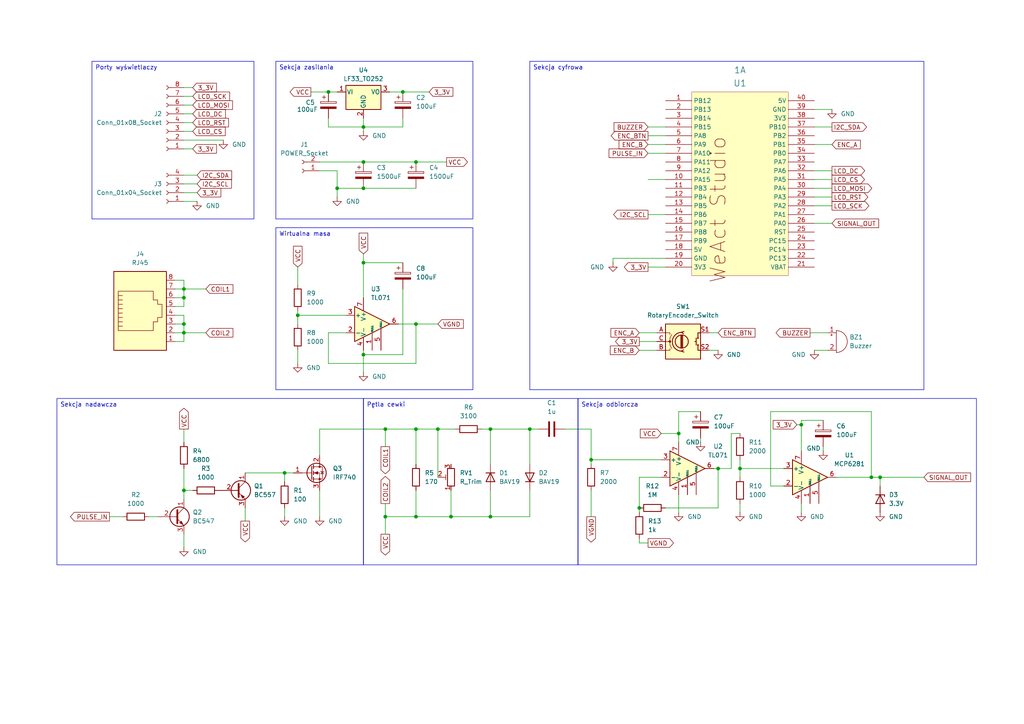
<source format=kicad_sch>
(kicad_sch (version 20250114) (generator "eeschema") (generator_version "9.0")
  (paper "A4")
  (title_block (title "GitKop") (rev "001") (company "Pawel Reich"))
  (lib_symbols
    (symbol "Amplifier_Operational:LF356" (pin_names (offset 0.127))
      (property "Reference" "U" (at 0 6.35 0))
      (property "Value" "LF356" (at 0 3.81 0))
      (symbol "LF356_1_1"
        (pin input line (at -7.62 2.54 0) (length 2.54) (name "+") (number "3"))
        (pin input line (at -7.62 -2.54 0) (length 2.54) (name "-") (number "2"))
        (pin power_in line (at -2.54 7.62 270) (length 3.81) (name "V+") (number "7"))
        (pin power_in line (at -2.54 -7.62 90) (length 3.81) (name "V-") (number "4"))
        (pin no_connect line (at 0 2.54 270) (length 2.54) (hide yes) (name "NC") (number "8"))
        (pin input line (at 0 -7.62 90) (length 5.08) (name "NULL") (number "1"))
        (pin input line (at 2.54 -7.62 90) (length 6.35) (name "NULL") (number "5"))
        (pin output line (at 7.62 0 180) (length 2.54) (name "~") (number "6"))
      )
    )
    (symbol "Amplifier_Operational:TL071" (pin_names (offset 0.127))
      (property "Reference" "U" (at 0 6.35 0))
      (property "Value" "TL071" (at 0 3.81 0))
      (symbol "TL071_1_1"
        (pin input line (at -7.62 2.54 0) (length 2.54) (name "+") (number "3"))
        (pin input line (at -7.62 -2.54 0) (length 2.54) (name "-") (number "2"))
        (pin power_in line (at -2.54 7.62 270) (length 3.81) (name "V+") (number "7"))
        (pin power_in line (at -2.54 -7.62 90) (length 3.81) (name "V-") (number "4"))
        (pin no_connect line (at 0 2.54 270) (length 2.54) (hide yes) (name "NC") (number "8"))
        (pin input line (at 0 -7.62 90) (length 5.08) (name "NULL") (number "1"))
        (pin input line (at 2.54 -7.62 90) (length 6.35) (name "NULL") (number "5"))
        (pin output line (at 7.62 0 180) (length 2.54) (name "~") (number "6"))
      )
    )
    (symbol "Connector:Conn_01x02_Socket" (pin_names (offset 1.016) (hide yes))
      (property "Reference" "J" (at 0 2.54 0))
      (property "Value" "Conn_01x02_Socket" (at 0 -5.08 0))
      (symbol "Conn_01x02_Socket_1_1"
        (pin passive line (at -5.08 0 0) (length 3.81) (name "Pin_1") (number "1"))
        (pin passive line (at -5.08 -2.54 0) (length 3.81) (name "Pin_2") (number "2"))
      )
    )
    (symbol "Connector:Conn_01x04_Socket" (pin_names (offset 1.016) (hide yes))
      (property "Reference" "J" (at 0 5.08 0))
      (property "Value" "Conn_01x04_Socket" (at 0 -7.62 0))
      (symbol "Conn_01x04_Socket_1_1"
        (pin passive line (at -5.08 2.54 0) (length 3.81) (name "Pin_1") (number "1"))
        (pin passive line (at -5.08 0 0) (length 3.81) (name "Pin_2") (number "2"))
        (pin passive line (at -5.08 -2.54 0) (length 3.81) (name "Pin_3") (number "3"))
        (pin passive line (at -5.08 -5.08 0) (length 3.81) (name "Pin_4") (number "4"))
      )
    )
    (symbol "Connector:Conn_01x08_Socket" (pin_names (offset 1.016) (hide yes))
      (property "Reference" "J" (at 0 10.16 0))
      (property "Value" "Conn_01x08_Socket" (at 0 -12.7 0))
      (symbol "Conn_01x08_Socket_1_1"
        (pin passive line (at -5.08 7.62 0) (length 3.81) (name "Pin_1") (number "1"))
        (pin passive line (at -5.08 5.08 0) (length 3.81) (name "Pin_2") (number "2"))
        (pin passive line (at -5.08 2.54 0) (length 3.81) (name "Pin_3") (number "3"))
        (pin passive line (at -5.08 0 0) (length 3.81) (name "Pin_4") (number "4"))
        (pin passive line (at -5.08 -2.54 0) (length 3.81) (name "Pin_5") (number "5"))
        (pin passive line (at -5.08 -5.08 0) (length 3.81) (name "Pin_6") (number "6"))
        (pin passive line (at -5.08 -7.62 0) (length 3.81) (name "Pin_7") (number "7"))
        (pin passive line (at -5.08 -10.16 0) (length 3.81) (name "Pin_8") (number "8"))
      )
    )
    (symbol "Connector:RJ45" (pin_names (offset 1.016))
      (property "Reference" "J" (at -5.08 13.97 0))
      (property "Value" "RJ45" (at 2.54 13.97 0))
      (symbol "RJ45_1_1"
        (pin passive line (at 10.16 10.16 180) (length 2.54) (name "~") (number "8"))
        (pin passive line (at 10.16 7.62 180) (length 2.54) (name "~") (number "7"))
        (pin passive line (at 10.16 5.08 180) (length 2.54) (name "~") (number "6"))
        (pin passive line (at 10.16 2.54 180) (length 2.54) (name "~") (number "5"))
        (pin passive line (at 10.16 0 180) (length 2.54) (name "~") (number "4"))
        (pin passive line (at 10.16 -2.54 180) (length 2.54) (name "~") (number "3"))
        (pin passive line (at 10.16 -5.08 180) (length 2.54) (name "~") (number "2"))
        (pin passive line (at 10.16 -7.62 180) (length 2.54) (name "~") (number "1"))
      )
    )
    (symbol "Device:Buzzer" (pin_names (offset 0.0254) (hide yes))
      (property "Reference" "BZ" (at 3.81 1.27 0))
      (property "Value" "Buzzer" (at 3.81 -1.27 0))
      (symbol "Buzzer_1_1"
        (pin passive line (at -2.54 2.54 0) (length 2.54) (name "+") (number "1"))
        (pin passive line (at -2.54 -2.54 0) (length 2.54) (name "-") (number "2"))
      )
    )
    (symbol "Device:C" (pin_numbers (hide yes)) (pin_names (offset 0.254))
      (property "Reference" "C" (at 0.635 2.54 0))
      (property "Value" "C" (at 0.635 -2.54 0))
      (symbol "C_1_1"
        (pin passive line (at 0 3.81 270) (length 2.794) (name "~") (number "1"))
        (pin passive line (at 0 -3.81 90) (length 2.794) (name "~") (number "2"))
      )
    )
    (symbol "Device:C_Polarized" (pin_numbers (hide yes)) (pin_names (offset 0.254))
      (property "Reference" "C" (at 0.635 2.54 0))
      (property "Value" "C_Polarized" (at 0.635 -2.54 0))
      (symbol "C_Polarized_1_1"
        (pin passive line (at 0 3.81 270) (length 2.794) (name "~") (number "1"))
        (pin passive line (at 0 -3.81 90) (length 2.794) (name "~") (number "2"))
      )
    )
    (symbol "Device:D_Zener" (pin_numbers (hide yes)) (pin_names (offset 1.016) (hide yes))
      (property "Reference" "D" (at 0 2.54 0))
      (property "Value" "D_Zener" (at 0 -2.54 0))
      (symbol "D_Zener_1_1"
        (pin passive line (at -3.81 0 0) (length 2.54) (name "K") (number "1"))
        (pin passive line (at 3.81 0 180) (length 2.54) (name "A") (number "2"))
      )
    )
    (symbol "Device:R" (pin_numbers (hide yes)) (pin_names (offset 0))
      (property "Reference" "R" (at 2.032 0 90))
      (property "Value" "R" (at 0 0 90))
      (symbol "R_1_1"
        (pin passive line (at 0 3.81 270) (length 1.27) (name "~") (number "1"))
        (pin passive line (at 0 -3.81 90) (length 1.27) (name "~") (number "2"))
      )
    )
    (symbol "Device:R_Potentiometer_Trim" (pin_names (offset 1.016) (hide yes))
      (property "Reference" "RV" (at -4.445 0 90))
      (property "Value" "R_Potentiometer_Trim" (at -2.54 0 90))
      (symbol "R_Potentiometer_Trim_1_1"
        (pin passive line (at 0 3.81 270) (length 1.27) (name "1") (number "1"))
        (pin passive line (at 0 -3.81 90) (length 1.27) (name "3") (number "3"))
        (pin passive line (at 3.81 0 180) (length 1.27) (name "2") (number "2"))
      )
    )
    (symbol "Device:RotaryEncoder_Switch" (pin_names (offset 0.254) (hide yes))
      (property "Reference" "SW" (at 0 6.604 0))
      (property "Value" "RotaryEncoder_Switch" (at 0 -6.604 0))
      (symbol "RotaryEncoder_Switch_1_1"
        (pin passive line (at -7.62 2.54 0) (length 2.54) (name "A") (number "A"))
        (pin passive line (at -7.62 0 0) (length 2.54) (name "C") (number "C"))
        (pin passive line (at -7.62 -2.54 0) (length 2.54) (name "B") (number "B"))
        (pin passive line (at 7.62 2.54 180) (length 2.54) (name "S1") (number "S1"))
        (pin passive line (at 7.62 -2.54 180) (length 2.54) (name "S2") (number "S2"))
      )
    )
    (symbol "Diode:BAV19" (pin_numbers (hide yes)) (pin_names (hide yes))
      (property "Reference" "D" (at 0 2.54 0))
      (property "Value" "BAV19" (at 0 -2.54 0))
      (symbol "BAV19_1_1"
        (pin passive line (at -3.81 0 0) (length 2.54) (name "K") (number "1"))
        (pin passive line (at 3.81 0 180) (length 2.54) (name "A") (number "2"))
      )
    )
    (symbol "Regulator_Linear:LF33_TO252" (pin_names (offset 0.254))
      (property "Reference" "U" (at -3.81 3.175 0))
      (property "Value" "LF33_TO252" (at 0 3.175 0))
      (symbol "LF33_TO252_1_1"
        (pin power_in line (at -7.62 0 0) (length 2.54) (name "VI") (number "1"))
        (pin power_in line (at 0 -7.62 90) (length 2.54) (name "GND") (number "2"))
        (pin power_out line (at 7.62 0 180) (length 2.54) (name "VO") (number "3"))
      )
    )
    (symbol "STM32F4x1CxU6 CoreBoard WeActStudio:STM32F4x1CxU6 WeActStudio"
      (property "Value" "U?" (at -1.27 -3.81 0))
      (symbol "STM32F4x1CxU6 WeActStudio_1_0"
        (text "WeAct Studio" (at 0 12.7 900) (effects (font (size 4.3688 4.3688)) (justify right bottom)))
        (pin passive line (at -17.78 22.86 0) (length 7.62) (name "PB12") (number "1"))
        (pin passive line (at -17.78 20.32 0) (length 7.62) (name "PB13") (number "2"))
        (pin passive line (at -17.78 17.78 0) (length 7.62) (name "PB14") (number "3"))
        (pin passive line (at -17.78 15.24 0) (length 7.62) (name "PB15") (number "4"))
        (pin passive line (at -17.78 12.7 0) (length 7.62) (name "PA8") (number "5"))
        (pin passive line (at -17.78 10.16 0) (length 7.62) (name "PA9") (number "6"))
        (pin passive line (at -17.78 7.62 0) (length 7.62) (name "PA10") (number "7"))
        (pin passive line (at -17.78 5.08 0) (length 7.62) (name "PA11") (number "8"))
        (pin passive line (at -17.78 2.54 0) (length 7.62) (name "PA12") (number "9"))
        (pin passive line (at -17.78 0 0) (length 7.62) (name "PA15") (number "10"))
        (pin passive line (at -17.78 -2.54 0) (length 7.62) (name "PB3") (number "11"))
        (pin passive line (at -17.78 -5.08 0) (length 7.62) (name "PB4") (number "12"))
        (pin passive line (at -17.78 -7.62 0) (length 7.62) (name "PB5") (number "13"))
        (pin passive line (at -17.78 -10.16 0) (length 7.62) (name "PB6") (number "14"))
        (pin passive line (at -17.78 -12.7 0) (length 7.62) (name "PB7") (number "15"))
        (pin passive line (at -17.78 -15.24 0) (length 7.62) (name "PB8") (number "16"))
        (pin passive line (at -17.78 -17.78 0) (length 7.62) (name "PB9") (number "17"))
        (pin passive line (at -17.78 -20.32 0) (length 7.62) (name "5V") (number "18"))
        (pin passive line (at -17.78 -22.86 0) (length 7.62) (name "GND") (number "19"))
        (pin passive line (at -17.78 -25.4 0) (length 7.62) (name "3V3") (number "20"))
        (pin passive line (at 25.4 22.86 180) (length 7.62) (name "5V") (number "40"))
        (pin passive line (at 25.4 20.32 180) (length 7.62) (name "GND") (number "39"))
        (pin passive line (at 25.4 17.78 180) (length 7.62) (name "3V3") (number "38"))
        (pin passive line (at 25.4 15.24 180) (length 7.62) (name "PB10") (number "37"))
        (pin passive line (at 25.4 12.7 180) (length 7.62) (name "PB2") (number "36"))
        (pin passive line (at 25.4 10.16 180) (length 7.62) (name "PB1") (number "35"))
        (pin passive line (at 25.4 7.62 180) (length 7.62) (name "PB0") (number "34"))
        (pin passive line (at 25.4 5.08 180) (length 7.62) (name "PA7") (number "33"))
        (pin passive line (at 25.4 2.54 180) (length 7.62) (name "PA6") (number "32"))
        (pin passive line (at 25.4 0 180) (length 7.62) (name "PA5") (number "31"))
        (pin passive line (at 25.4 -2.54 180) (length 7.62) (name "PA4") (number "30"))
        (pin passive line (at 25.4 -5.08 180) (length 7.62) (name "PA3") (number "29"))
        (pin passive line (at 25.4 -7.62 180) (length 7.62) (name "PA2") (number "28"))
        (pin passive line (at 25.4 -10.16 180) (length 7.62) (name "PA1") (number "27"))
        (pin passive line (at 25.4 -12.7 180) (length 7.62) (name "PA0") (number "26"))
        (pin passive line (at 25.4 -15.24 180) (length 7.62) (name "RST") (number "25"))
        (pin passive line (at 25.4 -17.78 180) (length 7.62) (name "PC15") (number "24"))
        (pin passive line (at 25.4 -20.32 180) (length 7.62) (name "PC14") (number "23"))
        (pin passive line (at 25.4 -22.86 180) (length 7.62) (name "PC13") (number "22"))
        (pin passive line (at 25.4 -25.4 180) (length 7.62) (name "VBAT") (number "21"))
      )
      (symbol "STM32F4x1CxU6 WeActStudio_2_0"
        (text "SW" (at 5.08 -5.08 0) (effects (font (size 1.8288 1.8288)) (justify left bottom)))
        (pin passive line (at -12.7 2.54 0) (length 7.62) (name "GND") (number "44"))
        (pin passive line (at -12.7 0 0) (length 7.62) (name "SWCLK") (number "43"))
        (pin passive line (at -12.7 -2.54 0) (length 7.62) (name "SWDIO") (number "42"))
        (pin passive line (at -12.7 -5.08 0) (length 7.62) (name "3V3") (number "41"))
      )
    )
    (symbol "Transistor_BJT:BC547" (pin_names (offset 0) (hide yes))
      (property "Reference" "Q" (at 5.08 1.905 0))
      (property "Value" "BC547" (at 5.08 0 0))
      (symbol "BC547_1_1"
        (pin input line (at -5.08 0 0) (length 5.08) (name "B") (number "2"))
        (pin passive line (at 2.54 5.08 270) (length 2.54) (name "C") (number "1"))
        (pin passive line (at 2.54 -5.08 90) (length 2.54) (name "E") (number "3"))
      )
    )
    (symbol "Transistor_BJT:BC557" (pin_names (offset 0) (hide yes))
      (property "Reference" "Q" (at 5.08 1.905 0))
      (property "Value" "BC557" (at 5.08 0 0))
      (symbol "BC557_1_1"
        (pin input line (at -5.08 0 0) (length 5.715) (name "B") (number "2"))
        (pin passive line (at 2.54 5.08 270) (length 2.54) (name "C") (number "1"))
        (pin passive line (at 2.54 -5.08 90) (length 2.54) (name "E") (number "3"))
      )
    )
    (symbol "Transistor_FET:IRF740" (pin_names (hide yes))
      (property "Reference" "Q" (at 5.08 1.905 0))
      (property "Value" "IRF740" (at 5.08 0 0))
      (symbol "IRF740_1_1"
        (pin input line (at -5.08 0 0) (length 2.54) (name "G") (number "1"))
        (pin passive line (at 2.54 5.08 270) (length 2.54) (name "D") (number "2"))
        (pin passive line (at 2.54 -5.08 90) (length 2.54) (name "S") (number "3"))
      )
    )
    (symbol "power:GND" (power) (pin_numbers (hide yes)) (pin_names (offset 0) (hide yes))
      (property "Value" "GND" (at 0 -3.81 0))
      (symbol "GND_1_1"
        (pin power_in line (at 0 0 270) (length 0) (name "~") (number "1"))
      )
    )
  )
  (text_box "Sekcja nadawcza" (at 16.51 115.57 0) (size 88.9 48.26) (margins 0.9525 0.9525 0.9525 0.9525) (effects (font (size 1.27 1.27)) (justify left top)))
  (text_box "Porty wyświetlaczy" (at 26.67 17.78 0) (size 46.99 45.72) (margins 0.9525 0.9525 0.9525 0.9525) (effects (font (size 1.27 1.27)) (justify left top)))
  (text_box "Sekcja odbiorcza" (at 167.64 115.57 0) (size 115.57 48.26) (margins 0.9525 0.9525 0.9525 0.9525) (effects (font (size 1.27 1.27)) (justify left top)))
  (text_box "Sekcja cyfrowa" (at 153.67 17.78 0) (size 114.3 95.25) (margins 0.9525 0.9525 0.9525 0.9525) (effects (font (size 1.27 1.27)) (justify left top)))
  (text_box "Pętla cewki" (at 105.41 115.57 0) (size 62.23 48.26) (margins 0.9525 0.9525 0.9525 0.9525) (effects (font (size 1.27 1.27)) (justify left top)))
  (text_box "Sekcja zasilania" (at 80.01 17.78 0) (size 57.15 45.72) (margins 0.9525 0.9525 0.9525 0.9525) (effects (font (size 1.27 1.27)) (justify left top)))
  (text_box "Wirtualna masa" (at 80.01 66.04 0) (size 57.15 46.99) (margins 0.9525 0.9525 0.9525 0.9525) (effects (font (size 1.27 1.27)) (justify left top)))
  (junction (at 105.41 36.83))
  (junction (at 86.36 91.44))
  (junction (at 120.65 93.98))
  (junction (at 232.41 123.19))
  (junction (at 95.25 26.67))
  (junction (at 185.42 147.32))
  (junction (at 214.63 135.89))
  (junction (at 82.55 137.16))
  (junction (at 116.84 26.67))
  (junction (at 252.73 138.43))
  (junction (at 120.65 124.46))
  (junction (at 255.27 138.43))
  (junction (at 142.24 149.86))
  (junction (at 97.79 54.61))
  (junction (at 105.41 76.2))
  (junction (at 153.67 124.46))
  (junction (at 105.41 102.87))
  (junction (at 111.76 149.86))
  (junction (at 130.81 149.86))
  (junction (at 142.24 124.46))
  (junction (at 171.45 133.35))
  (junction (at 196.85 125.73))
  (junction (at 127 124.46))
  (junction (at 53.34 96.52))
  (junction (at 105.41 54.61))
  (junction (at 120.65 46.99))
  (junction (at 111.76 124.46))
  (junction (at 105.41 46.99))
  (junction (at 120.65 149.86))
  (junction (at 53.34 83.82))
  (junction (at 208.28 135.89))
  (junction (at 53.34 142.24))
  (junction (at 53.34 86.36))
  (junction (at 53.34 93.98))
  (wire (pts (xy 105.41 46.99) (xy 120.65 46.99)))
  (wire (pts (xy 53.34 91.44) (xy 53.34 93.98)))
  (wire (pts (xy 196.85 119.38) (xy 203.2 119.38)))
  (wire (pts (xy 252.73 138.43) (xy 255.27 138.43)))
  (wire (pts (xy 139.7 124.46) (xy 142.24 124.46)))
  (wire (pts (xy 208.28 135.89) (xy 208.28 147.32)))
  (wire (pts (xy 120.65 142.24) (xy 120.65 149.86)))
  (wire (pts (xy 236.22 41.91) (xy 241.3 41.91)))
  (wire (pts (xy 105.41 73.66) (xy 105.41 76.2)))
  (wire (pts (xy 120.65 46.99) (xy 129.54 46.99)))
  (wire (pts (xy 53.34 43.18) (xy 55.88 43.18)))
  (wire (pts (xy 111.76 124.46) (xy 120.65 124.46)))
  (wire (pts (xy 153.67 142.24) (xy 153.67 149.86)))
  (wire (pts (xy 53.34 142.24) (xy 55.88 142.24)))
  (wire (pts (xy 120.65 93.98) (xy 127 93.98)))
  (wire (pts (xy 120.65 124.46) (xy 127 124.46)))
  (wire (pts (xy 187.96 77.47) (xy 193.04 77.47)))
  (wire (pts (xy 82.55 137.16) (xy 85.09 137.16)))
  (wire (pts (xy 227.33 140.97) (xy 223.52 140.97)))
  (wire (pts (xy 53.34 93.98) (xy 53.34 96.52)))
  (wire (pts (xy 205.74 96.52) (xy 208.28 96.52)))
  (wire (pts (xy 50.8 88.9) (xy 53.34 88.9)))
  (wire (pts (xy 113.03 26.67) (xy 116.84 26.67)))
  (wire (pts (xy 255.27 138.43) (xy 267.97 138.43)))
  (wire (pts (xy 50.8 91.44) (xy 53.34 91.44)))
  (wire (pts (xy 255.27 140.97) (xy 255.27 138.43)))
  (wire (pts (xy 214.63 146.05) (xy 214.63 148.59)))
  (wire (pts (xy 53.34 50.8) (xy 57.15 50.8)))
  (wire (pts (xy 214.63 135.89) (xy 227.33 135.89)))
  (wire (pts (xy 105.41 54.61) (xy 120.65 54.61)))
  (wire (pts (xy 50.8 83.82) (xy 53.34 83.82)))
  (wire (pts (xy 105.41 76.2) (xy 105.41 86.36)))
  (wire (pts (xy 71.12 137.16) (xy 82.55 137.16)))
  (wire (pts (xy 187.96 44.45) (xy 193.04 44.45)))
  (wire (pts (xy 171.45 133.35) (xy 191.77 133.35)))
  (wire (pts (xy 50.8 99.06) (xy 53.34 99.06)))
  (wire (pts (xy 214.63 138.43) (xy 214.63 135.89)))
  (wire (pts (xy 86.36 90.17) (xy 86.36 91.44)))
  (wire (pts (xy 53.34 25.4) (xy 55.88 25.4)))
  (wire (pts (xy 171.45 133.35) (xy 171.45 134.62)))
  (wire (pts (xy 120.65 149.86) (xy 130.81 149.86)))
  (wire (pts (xy 95.25 105.41) (xy 120.65 105.41)))
  (wire (pts (xy 53.34 53.34) (xy 57.15 53.34)))
  (wire (pts (xy 127 124.46) (xy 132.08 124.46)))
  (wire (pts (xy 236.22 54.61) (xy 241.3 54.61)))
  (wire (pts (xy 53.34 124.46) (xy 53.34 128.27)))
  (wire (pts (xy 111.76 146.05) (xy 111.76 149.86)))
  (wire (pts (xy 86.36 93.98) (xy 86.36 91.44)))
  (wire (pts (xy 92.71 142.24) (xy 92.71 149.86)))
  (wire (pts (xy 116.84 102.87) (xy 105.41 102.87)))
  (wire (pts (xy 53.34 83.82) (xy 53.34 86.36)))
  (wire (pts (xy 95.25 36.83) (xy 105.41 36.83)))
  (wire (pts (xy 53.34 40.64) (xy 64.77 40.64)))
  (wire (pts (xy 185.42 138.43) (xy 191.77 138.43)))
  (wire (pts (xy 50.8 93.98) (xy 53.34 93.98)))
  (wire (pts (xy 232.41 121.92) (xy 238.76 121.92)))
  (wire (pts (xy 196.85 119.38) (xy 196.85 125.73)))
  (wire (pts (xy 105.41 54.61) (xy 97.79 54.61)))
  (wire (pts (xy 111.76 124.46) (xy 111.76 129.54)))
  (wire (pts (xy 92.71 124.46) (xy 111.76 124.46)))
  (wire (pts (xy 86.36 77.47) (xy 86.36 82.55)))
  (wire (pts (xy 97.79 54.61) (xy 97.79 57.15)))
  (wire (pts (xy 95.25 26.67) (xy 97.79 26.67)))
  (wire (pts (xy 153.67 134.62) (xy 153.67 124.46)))
  (wire (pts (xy 236.22 64.77) (xy 241.3 64.77)))
  (wire (pts (xy 232.41 146.05) (xy 232.41 148.59)))
  (wire (pts (xy 153.67 124.46) (xy 156.21 124.46)))
  (wire (pts (xy 252.73 119.38) (xy 252.73 138.43)))
  (wire (pts (xy 53.34 135.89) (xy 53.34 142.24)))
  (wire (pts (xy 50.8 81.28) (xy 53.34 81.28)))
  (wire (pts (xy 53.34 144.78) (xy 53.34 142.24)))
  (wire (pts (xy 236.22 57.15) (xy 241.3 57.15)))
  (wire (pts (xy 231.14 123.19) (xy 232.41 123.19)))
  (wire (pts (xy 53.34 58.42) (xy 57.15 58.42)))
  (wire (pts (xy 111.76 149.86) (xy 111.76 154.94)))
  (wire (pts (xy 185.42 96.52) (xy 190.5 96.52)))
  (wire (pts (xy 82.55 137.16) (xy 82.55 139.7)))
  (wire (pts (xy 171.45 124.46) (xy 163.83 124.46)))
  (wire (pts (xy 31.75 149.86) (xy 35.56 149.86)))
  (wire (pts (xy 236.22 31.75) (xy 241.3 31.75)))
  (wire (pts (xy 53.34 96.52) (xy 53.34 99.06)))
  (wire (pts (xy 193.04 74.93) (xy 177.8 74.93)))
  (wire (pts (xy 142.24 124.46) (xy 142.24 134.62)))
  (wire (pts (xy 177.8 74.93) (xy 177.8 76.2)))
  (wire (pts (xy 185.42 147.32) (xy 185.42 138.43)))
  (wire (pts (xy 105.41 101.6) (xy 105.41 102.87)))
  (wire (pts (xy 153.67 124.46) (xy 142.24 124.46)))
  (wire (pts (xy 53.34 81.28) (xy 53.34 83.82)))
  (wire (pts (xy 203.2 128.27) (xy 203.2 127)))
  (wire (pts (xy 208.28 135.89) (xy 212.09 135.89)))
  (wire (pts (xy 212.09 125.73) (xy 214.63 125.73)))
  (wire (pts (xy 242.57 138.43) (xy 252.73 138.43)))
  (wire (pts (xy 95.25 34.29) (xy 95.25 36.83)))
  (wire (pts (xy 53.34 96.52) (xy 59.69 96.52)))
  (wire (pts (xy 86.36 91.44) (xy 100.33 91.44)))
  (wire (pts (xy 127 124.46) (xy 127 138.43)))
  (wire (pts (xy 142.24 142.24) (xy 142.24 149.86)))
  (wire (pts (xy 196.85 125.73) (xy 196.85 128.27)))
  (wire (pts (xy 187.96 39.37) (xy 193.04 39.37)))
  (wire (pts (xy 212.09 135.89) (xy 212.09 125.73)))
  (wire (pts (xy 90.17 26.67) (xy 95.25 26.67)))
  (wire (pts (xy 185.42 99.06) (xy 190.5 99.06)))
  (wire (pts (xy 120.65 124.46) (xy 120.65 134.62)))
  (wire (pts (xy 71.12 147.32) (xy 71.12 151.13)))
  (wire (pts (xy 53.34 27.94) (xy 55.88 27.94)))
  (wire (pts (xy 214.63 133.35) (xy 214.63 135.89)))
  (wire (pts (xy 111.76 149.86) (xy 120.65 149.86)))
  (wire (pts (xy 238.76 130.81) (xy 238.76 129.54)))
  (wire (pts (xy 95.25 96.52) (xy 95.25 105.41)))
  (wire (pts (xy 236.22 49.53) (xy 241.3 49.53)))
  (wire (pts (xy 236.22 101.6) (xy 240.03 101.6)))
  (wire (pts (xy 92.71 132.08) (xy 92.71 124.46)))
  (wire (pts (xy 236.22 52.07) (xy 241.3 52.07)))
  (wire (pts (xy 130.81 149.86) (xy 142.24 149.86)))
  (wire (pts (xy 105.41 36.83) (xy 116.84 36.83)))
  (wire (pts (xy 53.34 154.94) (xy 53.34 158.75)))
  (wire (pts (xy 53.34 35.56) (xy 55.88 35.56)))
  (wire (pts (xy 105.41 102.87) (xy 105.41 107.95)))
  (wire (pts (xy 185.42 101.6) (xy 190.5 101.6)))
  (wire (pts (xy 50.8 86.36) (xy 53.34 86.36)))
  (wire (pts (xy 43.18 149.86) (xy 45.72 149.86)))
  (wire (pts (xy 185.42 147.32) (xy 185.42 148.59)))
  (wire (pts (xy 53.34 30.48) (xy 55.88 30.48)))
  (wire (pts (xy 193.04 147.32) (xy 208.28 147.32)))
  (wire (pts (xy 187.96 62.23) (xy 193.04 62.23)))
  (wire (pts (xy 115.57 93.98) (xy 120.65 93.98)))
  (wire (pts (xy 130.81 142.24) (xy 130.81 149.86)))
  (wire (pts (xy 236.22 59.69) (xy 241.3 59.69)))
  (wire (pts (xy 116.84 34.29) (xy 116.84 36.83)))
  (wire (pts (xy 100.33 96.52) (xy 95.25 96.52)))
  (wire (pts (xy 86.36 101.6) (xy 86.36 105.41)))
  (wire (pts (xy 207.01 135.89) (xy 208.28 135.89)))
  (wire (pts (xy 187.96 41.91) (xy 193.04 41.91)))
  (wire (pts (xy 171.45 124.46) (xy 171.45 133.35)))
  (wire (pts (xy 105.41 76.2) (xy 116.84 76.2)))
  (wire (pts (xy 236.22 36.83) (xy 241.3 36.83)))
  (wire (pts (xy 50.8 96.52) (xy 53.34 96.52)))
  (wire (pts (xy 53.34 83.82) (xy 59.69 83.82)))
  (wire (pts (xy 223.52 140.97) (xy 223.52 119.38)))
  (wire (pts (xy 53.34 88.9) (xy 53.34 86.36)))
  (wire (pts (xy 53.34 33.02) (xy 55.88 33.02)))
  (wire (pts (xy 205.74 101.6) (xy 208.28 101.6)))
  (wire (pts (xy 120.65 93.98) (xy 120.65 105.41)))
  (wire (pts (xy 187.96 36.83) (xy 193.04 36.83)))
  (wire (pts (xy 185.42 157.48) (xy 185.42 156.21)))
  (wire (pts (xy 196.85 143.51) (xy 196.85 148.59)))
  (wire (pts (xy 82.55 147.32) (xy 82.55 149.86)))
  (wire (pts (xy 234.95 96.52) (xy 240.03 96.52)))
  (wire (pts (xy 105.41 46.99) (xy 92.71 46.99)))
  (wire (pts (xy 105.41 34.29) (xy 105.41 36.83)))
  (wire (pts (xy 116.84 26.67) (xy 124.46 26.67)))
  (wire (pts (xy 142.24 149.86) (xy 153.67 149.86)))
  (wire (pts (xy 187.96 157.48) (xy 185.42 157.48)))
  (wire (pts (xy 232.41 121.92) (xy 232.41 123.19)))
  (wire (pts (xy 116.84 83.82) (xy 116.84 102.87)))
  (wire (pts (xy 97.79 49.53) (xy 97.79 54.61)))
  (wire (pts (xy 53.34 55.88) (xy 57.15 55.88)))
  (wire (pts (xy 191.77 125.73) (xy 196.85 125.73)))
  (wire (pts (xy 187.96 52.07) (xy 193.04 52.07)))
  (wire (pts (xy 171.45 142.24) (xy 171.45 149.86)))
  (wire (pts (xy 232.41 123.19) (xy 232.41 130.81)))
  (wire (pts (xy 223.52 119.38) (xy 252.73 119.38)))
  (wire (pts (xy 53.34 38.1) (xy 55.88 38.1)))
  (wire (pts (xy 97.79 49.53) (xy 92.71 49.53)))
  (wire (pts (xy 105.41 36.83) (xy 105.41 38.1)))
  (global_label "ENC_A" (shape input) (at 185.42 96.52 180) (property "Intersheetrefs" "${INTERSHEET_REFS}" (effects (hide yes))))
  (global_label "VCC" (shape output) (at 90.17 26.67 180) (property "Intersheetrefs" "${INTERSHEET_REFS}" (effects (hide yes))))
  (global_label "VCC" (shape input) (at 86.36 77.47 90) (property "Intersheetrefs" "${INTERSHEET_REFS}" (effects (hide yes))))
  (global_label "I2C_SCL" (shape input) (at 57.15 53.34 0) (property "Intersheetrefs" "${INTERSHEET_REFS}" (effects (hide yes))))
  (global_label "VCC" (shape input) (at 191.77 125.73 180) (property "Intersheetrefs" "${INTERSHEET_REFS}" (effects (hide yes))))
  (global_label "ENC_B" (shape input) (at 187.96 41.91 180) (property "Intersheetrefs" "${INTERSHEET_REFS}" (effects (hide yes))))
  (global_label "I2C_SDA" (shape input) (at 57.15 50.8 0) (property "Intersheetrefs" "${INTERSHEET_REFS}" (effects (hide yes))))
  (global_label "I2C_SCL" (shape output) (at 187.96 62.23 180) (property "Intersheetrefs" "${INTERSHEET_REFS}" (effects (hide yes))))
  (global_label "PULSE_IN" (shape input) (at 187.96 44.45 180) (property "Intersheetrefs" "${INTERSHEET_REFS}" (effects (hide yes))))
  (global_label "3_3V" (shape input) (at 55.88 43.18 0) (property "Intersheetrefs" "${INTERSHEET_REFS}" (effects (hide yes))))
  (global_label "ENC_A" (shape input) (at 241.3 41.91 0) (property "Intersheetrefs" "${INTERSHEET_REFS}" (effects (hide yes))))
  (global_label "LCD_DC" (shape input) (at 55.88 33.02 0) (property "Intersheetrefs" "${INTERSHEET_REFS}" (effects (hide yes))))
  (global_label "COIL1" (shape output) (at 111.76 129.54 270) (property "Intersheetrefs" "${INTERSHEET_REFS}" (effects (hide yes))))
  (global_label "LCD_SCK" (shape input) (at 55.88 27.94 0) (property "Intersheetrefs" "${INTERSHEET_REFS}" (effects (hide yes))))
  (global_label "LCD_RST" (shape output) (at 241.3 57.15 0) (property "Intersheetrefs" "${INTERSHEET_REFS}" (effects (hide yes))))
  (global_label "VCC" (shape output) (at 129.54 46.99 0) (property "Intersheetrefs" "${INTERSHEET_REFS}" (effects (hide yes))))
  (global_label "SIGNAL_OUT" (shape input) (at 267.97 138.43 0) (property "Intersheetrefs" "${INTERSHEET_REFS}" (effects (hide yes))))
  (global_label "3_3V" (shape output) (at 187.96 77.47 180) (property "Intersheetrefs" "${INTERSHEET_REFS}" (effects (hide yes))))
  (global_label "LCD_SCK" (shape output) (at 241.3 59.69 0) (property "Intersheetrefs" "${INTERSHEET_REFS}" (effects (hide yes))))
  (global_label "3_3V" (shape input) (at 231.14 123.19 180) (property "Intersheetrefs" "${INTERSHEET_REFS}" (effects (hide yes))))
  (global_label "VCC" (shape output) (at 111.76 154.94 270) (property "Intersheetrefs" "${INTERSHEET_REFS}" (effects (hide yes))))
  (global_label "3_3V" (shape input) (at 55.88 25.4 0) (property "Intersheetrefs" "${INTERSHEET_REFS}" (effects (hide yes))))
  (global_label "COIL1" (shape input) (at 59.69 83.82 0) (property "Intersheetrefs" "${INTERSHEET_REFS}" (effects (hide yes))))
  (global_label "LCD_RST" (shape input) (at 55.88 35.56 0) (property "Intersheetrefs" "${INTERSHEET_REFS}" (effects (hide yes))))
  (global_label "SIGNAL_OUT" (shape input) (at 241.3 64.77 0) (property "Intersheetrefs" "${INTERSHEET_REFS}" (effects (hide yes))))
  (global_label "VCC" (shape output) (at 53.34 124.46 90) (property "Intersheetrefs" "${INTERSHEET_REFS}" (effects (hide yes))))
  (global_label "LCD_CS" (shape output) (at 241.3 52.07 0) (property "Intersheetrefs" "${INTERSHEET_REFS}" (effects (hide yes))))
  (global_label "LCD_CS" (shape input) (at 55.88 38.1 0) (property "Intersheetrefs" "${INTERSHEET_REFS}" (effects (hide yes))))
  (global_label "VGND" (shape output) (at 171.45 149.86 270) (property "Intersheetrefs" "${INTERSHEET_REFS}" (effects (hide yes))))
  (global_label "VGND" (shape output) (at 187.96 157.48 0) (property "Intersheetrefs" "${INTERSHEET_REFS}" (effects (hide yes))))
  (global_label "VCC" (shape output) (at 71.12 151.13 270) (property "Intersheetrefs" "${INTERSHEET_REFS}" (effects (hide yes))))
  (global_label "COIL2" (shape output) (at 111.76 146.05 90) (property "Intersheetrefs" "${INTERSHEET_REFS}" (effects (hide yes))))
  (global_label "3_3V" (shape input) (at 124.46 26.67 0) (property "Intersheetrefs" "${INTERSHEET_REFS}" (effects (hide yes))))
  (global_label "LCD_MOSI" (shape output) (at 241.3 54.61 0) (property "Intersheetrefs" "${INTERSHEET_REFS}" (effects (hide yes))))
  (global_label "BUZZER" (shape output) (at 234.95 96.52 180) (property "Intersheetrefs" "${INTERSHEET_REFS}" (effects (hide yes))))
  (global_label "3_3V" (shape output) (at 185.42 99.06 180) (property "Intersheetrefs" "${INTERSHEET_REFS}" (effects (hide yes))))
  (global_label "BUZZER" (shape input) (at 187.96 36.83 180) (property "Intersheetrefs" "${INTERSHEET_REFS}" (effects (hide yes))))
  (global_label "I2C_SDA" (shape output) (at 241.3 36.83 0) (property "Intersheetrefs" "${INTERSHEET_REFS}" (effects (hide yes))))
  (global_label "ENC_B" (shape input) (at 185.42 101.6 180) (property "Intersheetrefs" "${INTERSHEET_REFS}" (effects (hide yes))))
  (global_label "PULSE_IN" (shape output) (at 31.75 149.86 180) (property "Intersheetrefs" "${INTERSHEET_REFS}" (effects (hide yes))))
  (global_label "LCD_DC" (shape output) (at 241.3 49.53 0) (property "Intersheetrefs" "${INTERSHEET_REFS}" (effects (hide yes))))
  (global_label "3_3V" (shape input) (at 57.15 55.88 0) (property "Intersheetrefs" "${INTERSHEET_REFS}" (effects (hide yes))))
  (global_label "LCD_MOSI" (shape input) (at 55.88 30.48 0) (property "Intersheetrefs" "${INTERSHEET_REFS}" (effects (hide yes))))
  (global_label "VCC" (shape input) (at 105.41 73.66 90) (property "Intersheetrefs" "${INTERSHEET_REFS}" (effects (hide yes))))
  (global_label "ENC_BTN" (shape output) (at 187.96 39.37 180) (property "Intersheetrefs" "${INTERSHEET_REFS}" (effects (hide yes))))
  (global_label "VGND" (shape input) (at 127 93.98 0) (property "Intersheetrefs" "${INTERSHEET_REFS}" (effects (hide yes))))
  (global_label "COIL2" (shape input) (at 59.69 96.52 0) (property "Intersheetrefs" "${INTERSHEET_REFS}" (effects (hide yes))))
  (global_label "ENC_BTN" (shape input) (at 208.28 96.52 0) (property "Intersheetrefs" "${INTERSHEET_REFS}" (effects (hide yes))))
  (symbol (lib_id "power:GND") (at 208.28 101.6 0) (unit 1)
    (property "Reference" "#PWR017" (effects (hide yes)))
    (property "Value" "GND" (at 210.82 102.8699 0) (effects (justify left)))
    (property "Description" "Power symbol creates a global label with name \"GND\" , ground" (effects (hide yes)))
  )
  (symbol (lib_id "Connector:Conn_01x04_Socket") (at 48.26 55.88 180) (unit 1)
    (property "Reference" "J3" (at 46.99 53.3399 0) (effects (justify left)))
    (property "Value" "Conn_01x04_Socket" (at 46.99 55.8799 0) (effects (justify left)))
    (property "Footprint" "Connector_PinSocket_2.54mm:PinSocket_1x04_P2.54mm_Vertical" (effects (hide yes)))
    (property "Description" "Generic connector, single row, 01x04, script generated" (effects (hide yes)))
  )
  (symbol (lib_id "power:GND") (at 203.2 128.27 0) (unit 1)
    (property "Reference" "#PWR019" (effects (hide yes)))
    (property "Value" "GND" (at 198.882 128.27 0) (effects (justify left)))
    (property "Description" "Power symbol creates a global label with name \"GND\" , ground" (effects (hide yes)))
  )
  (symbol (lib_id "Transistor_BJT:BC547") (at 50.8 149.86 0) (unit 1)
    (property "Reference" "Q2" (at 55.88 148.5899 0) (effects (justify left)))
    (property "Value" "BC547" (at 55.88 151.1299 0) (effects (justify left)))
    (property "Footprint" "Package_TO_SOT_THT:TO-92_Inline" (effects (hide yes)))
    (property "Datasheet" "https://www.onsemi.com/pub/Collateral/BC550-D.pdf" (effects (hide yes)))
    (property "Description" "0.1A Ic, 45V Vce, Small Signal NPN Transistor, TO-92" (effects (hide yes)))
  )
  (symbol (lib_id "Device:R") (at 189.23 147.32 90) (unit 1)
    (property "Reference" "R12" (at 189.23 140.97 90))
    (property "Value" "1M" (at 189.23 143.51 90))
    (property "Footprint" "Resistor_SMD:R_1206_3216Metric_Pad1.30x1.75mm_HandSolder" (effects (hide yes)))
    (property "Description" "Resistor" (effects (hide yes)))
  )
  (symbol (lib_id "Device:R") (at 53.34 132.08 180) (unit 1)
    (property "Reference" "R4" (at 55.88 130.8099 0) (effects (justify right)))
    (property "Value" "6800" (at 55.88 133.3499 0) (effects (justify right)))
    (property "Footprint" "Resistor_SMD:R_1206_3216Metric_Pad1.30x1.75mm_HandSolder" (effects (hide yes)))
    (property "Description" "Resistor" (effects (hide yes)))
  )
  (symbol (lib_id "STM32F4x1CxU6 CoreBoard WeActStudio:STM32F4x1CxU6 WeActStudio") (at 210.82 52.07 0) (unit 1)
    (property "Reference" "1" (at 214.63 20.32 0) (effects (font (size 1.8288 1.8288))))
    (property "Value" "U1" (at 214.63 24.13 0) (effects (font (size 1.8288 1.8288))))
    (property "Footprint" "STM32F4x1CxU6 CoreBoard WeActStudio:STM32F4x1CxU6 WeActStudio" (effects (hide yes)))
    (property "Description" "STM32F4x1CxU6" (effects (hide yes)))
    (property "ComponentLink1Description" "WeAct Studio" (effects (hide yes)))
    (property "ComponentLink1URL" "WeAct-TC.cn" (effects (hide yes)))
    (property "ComponentLink2Description" "MiniF4-STM32F4x1 Github" (effects (hide yes)))
    (property "ComponentLink2URL" "https://github.com/WeActTC/MiniF4-STM32F4x1" (effects (hide yes)))
    (property "ComponentLink3Description" "MiniF4-STM32F4x1 Gitee" (effects (hide yes)))
    (property "ComponentLink3URL" "https://gitee.com/WeAct-TC/MiniF4-STM32F4x1" (effects (hide yes)))
  )
  (symbol (lib_id "Transistor_BJT:BC557") (at 68.58 142.24 0) (unit 1)
    (property "Reference" "Q1" (at 73.66 140.9699 0) (effects (justify left)))
    (property "Value" "BC557" (at 73.66 143.5099 0) (effects (justify left)))
    (property "Footprint" "Package_TO_SOT_THT:TO-92_Inline" (effects (hide yes)))
    (property "Datasheet" "https://www.onsemi.com/pub/Collateral/BC556BTA-D.pdf" (effects (hide yes)))
    (property "Description" "0.1A Ic, 45V Vce, PNP Small Signal Transistor, TO-92" (effects (hide yes)))
  )
  (symbol (lib_id "Connector:Conn_01x08_Socket") (at 48.26 35.56 180) (unit 1)
    (property "Reference" "J2" (at 46.99 33.0199 0) (effects (justify left)))
    (property "Value" "Conn_01x08_Socket" (at 46.99 35.5599 0) (effects (justify left)))
    (property "Footprint" "Connector_PinSocket_2.54mm:PinSocket_1x08_P2.54mm_Vertical" (effects (hide yes)))
    (property "Description" "Generic connector, single row, 01x08, script generated" (effects (hide yes)))
  )
  (symbol (lib_id "power:GND") (at 236.22 101.6 0) (unit 1)
    (property "Reference" "#PWR015" (effects (hide yes)))
    (property "Value" "GND" (at 233.68 102.8699 0) (effects (justify right)))
    (property "Description" "Power symbol creates a global label with name \"GND\" , ground" (effects (hide yes)))
  )
  (symbol (lib_id "power:GND") (at 177.8 76.2 0) (unit 1)
    (property "Reference" "#PWR020" (effects (hide yes)))
    (property "Value" "GND" (at 175.26 77.4699 0) (effects (justify right)))
    (property "Description" "Power symbol creates a global label with name \"GND\" , ground" (effects (hide yes)))
  )
  (symbol (lib_id "Diode:BAV19") (at 153.67 138.43 90) (unit 1)
    (property "Reference" "D2" (at 156.21 137.1599 90) (effects (justify right)))
    (property "Value" "BAV19" (at 156.21 139.6999 90) (effects (justify right)))
    (property "Footprint" "Diode_THT:D_DO-35_SOD27_P7.62mm_Horizontal" (effects (hide yes)))
    (property "Datasheet" "http://www.vishay.com/docs/85543/bav17.pdf" (effects (hide yes)))
    (property "Description" "100V 0.25A Small Signal Switching Diode, High Voltage, DO-35" (effects (hide yes)))
    (property "Sim.Device" "D" (effects (hide yes)))
    (property "Sim.Pins" "1=K 2=A" (effects (hide yes)))
  )
  (symbol (lib_id "Device:R") (at 185.42 152.4 0) (unit 1)
    (property "Reference" "R13" (at 187.96 151.1299 0) (effects (justify left)))
    (property "Value" "1k" (at 187.96 153.6699 0) (effects (justify left)))
    (property "Footprint" "Resistor_SMD:R_1206_3216Metric_Pad1.30x1.75mm_HandSolder" (effects (hide yes)))
    (property "Description" "Resistor" (effects (hide yes)))
  )
  (symbol (lib_id "power:GND") (at 64.77 40.64 0) (unit 1)
    (property "Reference" "#PWR014" (effects (hide yes)))
    (property "Value" "GND" (at 67.31 41.9099 0) (effects (justify left)))
    (property "Description" "Power symbol creates a global label with name \"GND\" , ground" (effects (hide yes)))
  )
  (symbol (lib_id "power:GND") (at 92.71 149.86 0) (unit 1)
    (property "Reference" "#PWR06" (effects (hide yes)))
    (property "Value" "GND" (at 95.25 151.1299 0) (effects (justify left)))
    (property "Description" "Power symbol creates a global label with name \"GND\" , ground" (effects (hide yes)))
  )
  (symbol (lib_id "power:GND") (at 97.79 57.15 0) (unit 1)
    (property "Reference" "#PWR01" (effects (hide yes)))
    (property "Value" "GND" (at 100.33 58.4199 0) (effects (justify left)))
    (property "Description" "Power symbol creates a global label with name \"GND\" , ground" (effects (hide yes)))
  )
  (symbol (lib_id "Device:C_Polarized") (at 116.84 80.01 0) (unit 1)
    (property "Reference" "C8" (at 120.65 77.8509 0) (effects (justify left)))
    (property "Value" "100uF" (at 120.65 80.3909 0) (effects (justify left)))
    (property "Footprint" "Capacitor_THT:CP_Radial_D6.3mm_P2.50mm" (effects (hide yes)))
    (property "Description" "Polarized capacitor" (effects (hide yes)))
  )
  (symbol (lib_id "Device:C_Polarized") (at 238.76 125.73 0) (unit 1)
    (property "Reference" "C6" (at 242.57 123.5709 0) (effects (justify left)))
    (property "Value" "100uF" (at 242.57 126.1109 0) (effects (justify left)))
    (property "Footprint" "Capacitor_THT:CP_Radial_D6.3mm_P2.50mm" (effects (hide yes)))
    (property "Description" "Polarized capacitor" (effects (hide yes)))
  )
  (symbol (lib_id "power:GND") (at 105.41 107.95 0) (unit 1)
    (property "Reference" "#PWR04" (effects (hide yes)))
    (property "Value" "GND" (at 107.95 109.2199 0) (effects (justify left)))
    (property "Description" "Power symbol creates a global label with name \"GND\" , ground" (effects (hide yes)))
  )
  (symbol (lib_id "Device:R") (at 39.37 149.86 90) (unit 1)
    (property "Reference" "R2" (at 39.37 143.51 90))
    (property "Value" "1000" (at 39.37 146.05 90))
    (property "Footprint" "Resistor_SMD:R_1206_3216Metric_Pad1.30x1.75mm_HandSolder" (effects (hide yes)))
    (property "Description" "Resistor" (effects (hide yes)))
  )
  (symbol (lib_id "Device:R") (at 135.89 124.46 90) (unit 1)
    (property "Reference" "R6" (at 135.89 118.11 90))
    (property "Value" "3100" (at 135.89 120.65 90))
    (property "Footprint" "Resistor_SMD:R_1206_3216Metric_Pad1.30x1.75mm_HandSolder" (effects (hide yes)))
    (property "Description" "Resistor" (effects (hide yes)))
  )
  (symbol (lib_id "Device:R") (at 214.63 142.24 0) (unit 1)
    (property "Reference" "R10" (at 217.17 140.9699 0) (effects (justify left)))
    (property "Value" "1000" (at 217.17 143.5099 0) (effects (justify left)))
    (property "Footprint" "Resistor_SMD:R_1206_3216Metric_Pad1.30x1.75mm_HandSolder" (effects (hide yes)))
    (property "Description" "Resistor" (effects (hide yes)))
  )
  (symbol (lib_id "Diode:BAV19") (at 142.24 138.43 270) (unit 1)
    (property "Reference" "D1" (at 144.78 137.1599 90) (effects (justify left)))
    (property "Value" "BAV19" (at 144.78 139.6999 90) (effects (justify left)))
    (property "Footprint" "Diode_THT:D_DO-35_SOD27_P7.62mm_Horizontal" (effects (hide yes)))
    (property "Datasheet" "http://www.vishay.com/docs/85543/bav17.pdf" (effects (hide yes)))
    (property "Description" "100V 0.25A Small Signal Switching Diode, High Voltage, DO-35" (effects (hide yes)))
    (property "Sim.Device" "D" (effects (hide yes)))
    (property "Sim.Pins" "1=K 2=A" (effects (hide yes)))
  )
  (symbol (lib_id "Device:R") (at 86.36 86.36 0) (unit 1)
    (property "Reference" "R9" (at 88.9 85.0899 0) (effects (justify left)))
    (property "Value" "1000" (at 88.9 87.6299 0) (effects (justify left)))
    (property "Footprint" "Resistor_SMD:R_1206_3216Metric_Pad1.30x1.75mm_HandSolder" (effects (hide yes)))
    (property "Description" "Resistor" (effects (hide yes)))
  )
  (symbol (lib_id "Device:C_Polarized") (at 105.41 50.8 0) (unit 1)
    (property "Reference" "C3" (at 109.22 48.6409 0) (effects (justify left)))
    (property "Value" "1500uF" (at 109.22 51.1809 0) (effects (justify left)))
    (property "Footprint" "Capacitor_THT:CP_Radial_D10.0mm_P5.00mm" (effects (hide yes)))
    (property "Description" "Polarized capacitor" (effects (hide yes)))
  )
  (symbol (lib_id "Device:Buzzer") (at 242.57 99.06 0) (unit 1)
    (property "Reference" "BZ1" (at 246.38 97.7899 0) (effects (justify left)))
    (property "Value" "Buzzer" (at 246.38 100.3299 0) (effects (justify left)))
    (property "Footprint" "Buzzer_Beeper:Buzzer_12x9.5RM7.6" (effects (hide yes)))
    (property "Description" "Buzzer, polarized" (effects (hide yes)))
  )
  (symbol (lib_id "Device:R") (at 171.45 138.43 0) (unit 1)
    (property "Reference" "R7" (at 173.99 137.1599 0) (effects (justify left)))
    (property "Value" "2000" (at 173.99 139.6999 0) (effects (justify left)))
    (property "Footprint" "Resistor_SMD:R_1206_3216Metric_Pad1.30x1.75mm_HandSolder" (effects (hide yes)))
    (property "Description" "Resistor" (effects (hide yes)))
  )
  (symbol (lib_id "Amplifier_Operational:LF356") (at 107.95 93.98 0) (unit 1)
    (property "Reference" "U3" (at 107.5533 83.82 0) (effects (justify left)))
    (property "Value" "TL071" (at 107.5533 86.36 0) (effects (justify left)))
    (property "Footprint" "Package_SO:SOIC-8_5.3x5.3mm_P1.27mm" (effects (hide yes)))
    (property "Datasheet" "http://www.ti.com/lit/ds/symlink/lf357.pdf" (effects (hide yes)))
    (property "Description" "Single JFET Input Operational Amplifiers, DIP-8/SOIC-8" (effects (hide yes)))
  )
  (symbol (lib_id "power:GND") (at 196.85 148.59 0) (unit 1)
    (property "Reference" "#PWR02" (effects (hide yes)))
    (property "Value" "GND" (at 199.39 149.8599 0) (effects (justify left)))
    (property "Description" "Power symbol creates a global label with name \"GND\" , ground" (effects (hide yes)))
  )
  (symbol (lib_id "Device:C_Polarized") (at 120.65 50.8 0) (unit 1)
    (property "Reference" "C4" (at 124.46 48.6409 0) (effects (justify left)))
    (property "Value" "1500uF" (at 124.46 51.1809 0) (effects (justify left)))
    (property "Footprint" "Capacitor_THT:CP_Radial_D10.0mm_P5.00mm" (effects (hide yes)))
    (property "Description" "Polarized capacitor" (effects (hide yes)))
  )
  (symbol (lib_id "Device:R") (at 214.63 129.54 0) (unit 1)
    (property "Reference" "R11" (at 217.17 128.2699 0) (effects (justify left)))
    (property "Value" "2000" (at 217.17 130.8099 0) (effects (justify left)))
    (property "Footprint" "Resistor_SMD:R_1206_3216Metric_Pad1.30x1.75mm_HandSolder" (effects (hide yes)))
    (property "Description" "Resistor" (effects (hide yes)))
  )
  (symbol (lib_id "Device:C_Polarized") (at 95.25 30.48 0) (unit 1)
    (property "Reference" "C5" (at 88.646 29.718 0) (effects (justify left)))
    (property "Value" "100uF" (at 86.106 31.75 0) (effects (justify left)))
    (property "Footprint" "Capacitor_THT:CP_Radial_D6.3mm_P2.50mm" (effects (hide yes)))
    (property "Description" "Polarized capacitor" (effects (hide yes)))
  )
  (symbol (lib_id "power:GND") (at 214.63 148.59 0) (unit 1)
    (property "Reference" "#PWR011" (effects (hide yes)))
    (property "Value" "GND" (at 217.17 149.8599 0) (effects (justify left)))
    (property "Description" "Power symbol creates a global label with name \"GND\" , ground" (effects (hide yes)))
  )
  (symbol (lib_id "power:GND") (at 255.27 148.59 0) (unit 1)
    (property "Reference" "#PWR07" (effects (hide yes)))
    (property "Value" "GND" (at 257.81 149.8599 0) (effects (justify left)))
    (property "Description" "Power symbol creates a global label with name \"GND\" , ground" (effects (hide yes)))
  )
  (symbol (lib_id "Amplifier_Operational:TL071") (at 234.95 138.43 0) (unit 1)
    (property "Reference" "U1" (at 246.38 132.0098 0))
    (property "Value" "MCP6281" (at 246.38 134.5498 0))
    (property "Footprint" "Package_DIP:DIP-8_W7.62mm_Socket_LongPads" (effects (hide yes)))
    (property "Datasheet" "http://www.ti.com/lit/ds/symlink/tl071.pdf" (effects (hide yes)))
    (property "Description" "Single Low-Noise JFET-Input Operational Amplifiers, DIP-8/SOIC-8" (effects (hide yes)))
  )
  (symbol (lib_id "Device:C_Polarized") (at 203.2 123.19 0) (unit 1)
    (property "Reference" "C7" (at 207.01 121.0309 0) (effects (justify left)))
    (property "Value" "100uF" (at 207.01 123.5709 0) (effects (justify left)))
    (property "Footprint" "Capacitor_THT:CP_Radial_D6.3mm_P2.50mm" (effects (hide yes)))
    (property "Description" "Polarized capacitor" (effects (hide yes)))
  )
  (symbol (lib_id "power:GND") (at 57.15 58.42 0) (unit 1)
    (property "Reference" "#PWR016" (effects (hide yes)))
    (property "Value" "GND" (at 59.69 59.6899 0) (effects (justify left)))
    (property "Description" "Power symbol creates a global label with name \"GND\" , ground" (effects (hide yes)))
  )
  (symbol (lib_id "Amplifier_Operational:TL071") (at 199.39 135.89 0) (unit 1)
    (property "Reference" "U2" (at 208.28 129.4698 0))
    (property "Value" "TL071" (at 208.28 132.0098 0))
    (property "Footprint" "Package_DIP:DIP-8_W7.62mm_Socket_LongPads" (effects (hide yes)))
    (property "Datasheet" "http://www.ti.com/lit/ds/symlink/tl071.pdf" (effects (hide yes)))
    (property "Description" "Single Low-Noise JFET-Input Operational Amplifiers, DIP-8/SOIC-8" (effects (hide yes)))
  )
  (symbol (lib_id "power:GND") (at 86.36 105.41 0) (unit 1)
    (property "Reference" "#PWR09" (effects (hide yes)))
    (property "Value" "GND" (at 88.9 106.6799 0) (effects (justify left)))
    (property "Description" "Power symbol creates a global label with name \"GND\" , ground" (effects (hide yes)))
  )
  (symbol (lib_id "Device:R") (at 82.55 143.51 180) (unit 1)
    (property "Reference" "R1" (at 85.09 142.2399 0) (effects (justify right)))
    (property "Value" "100" (at 85.09 144.7799 0) (effects (justify right)))
    (property "Footprint" "Resistor_SMD:R_1206_3216Metric_Pad1.30x1.75mm_HandSolder" (effects (hide yes)))
    (property "Description" "Resistor" (effects (hide yes)))
  )
  (symbol (lib_id "power:GND") (at 82.55 149.86 0) (unit 1)
    (property "Reference" "#PWR08" (effects (hide yes)))
    (property "Value" "GND" (at 85.09 151.1299 0) (effects (justify left)))
    (property "Description" "Power symbol creates a global label with name \"GND\" , ground" (effects (hide yes)))
  )
  (symbol (lib_id "Regulator_Linear:LF33_TO252") (at 105.41 26.67 0) (unit 1)
    (property "Reference" "U4" (at 105.41 20.32 0))
    (property "Value" "LF33_TO252" (at 105.41 22.86 0))
    (property "Footprint" "Package_TO_SOT_SMD:TO-252-2" (effects (hide yes)))
    (property "Datasheet" "http://www.st.com/content/ccc/resource/technical/document/datasheet/c4/0e/7e/2a/be/bc/4c/bd/CD00000546.pdf/files/CD00000546.pdf/jcr:content/translations/en.CD00000546.pdf" (effects (hide yes)))
    (property "Description" "Low-drop Voltage Regulator, Io up to 500mA, Fixed Vo 3.3V, TO-252 (DPAK)" (effects (hide yes)))
  )
  (symbol (lib_id "power:GND") (at 241.3 31.75 0) (unit 1)
    (property "Reference" "#PWR013" (effects (hide yes)))
    (property "Value" "GND" (at 243.84 33.0199 0) (effects (justify left)))
    (property "Description" "Power symbol creates a global label with name \"GND\" , ground" (effects (hide yes)))
  )
  (symbol (lib_id "Connector:RJ45") (at 40.64 91.44 0) (unit 1)
    (property "Reference" "J4" (at 40.64 73.66 0))
    (property "Value" "RJ45" (at 40.64 76.2 0))
    (property "Footprint" "MTJ-881X1:MTJ881X1" (effects (hide yes)))
    (property "Description" "RJ connector, 8P8C (8 positions 8 connected)" (effects (hide yes)))
  )
  (symbol (lib_id "Device:RotaryEncoder_Switch") (at 198.12 99.06 0) (unit 1)
    (property "Reference" "SW1" (at 198.12 88.9 0))
    (property "Value" "RotaryEncoder_Switch" (at 198.12 91.44 0))
    (property "Footprint" "Rotary_Encoder:RotaryEncoder_Bourns_Vertical_PEC12R-3x17F-Sxxxx" (effects (hide yes)))
    (property "Description" "Rotary encoder, dual channel, incremental quadrate outputs, with switch" (effects (hide yes)))
  )
  (symbol (lib_id "power:GND") (at 238.76 130.81 0) (unit 1)
    (property "Reference" "#PWR018" (effects (hide yes)))
    (property "Value" "GND" (at 233.934 130.048 0) (effects (justify left)))
    (property "Description" "Power symbol creates a global label with name \"GND\" , ground" (effects (hide yes)))
  )
  (symbol (lib_id "Device:R") (at 86.36 97.79 0) (unit 1)
    (property "Reference" "R8" (at 88.9 96.5199 0) (effects (justify left)))
    (property "Value" "1000" (at 88.9 99.0599 0) (effects (justify left)))
    (property "Footprint" "Resistor_SMD:R_1206_3216Metric_Pad1.30x1.75mm_HandSolder" (effects (hide yes)))
    (property "Description" "Resistor" (effects (hide yes)))
  )
  (symbol (lib_id "Device:R") (at 59.69 142.24 90) (unit 1)
    (property "Reference" "R3" (at 59.69 135.89 90))
    (property "Value" "1000" (at 59.69 138.43 90))
    (property "Footprint" "Resistor_SMD:R_1206_3216Metric_Pad1.30x1.75mm_HandSolder" (effects (hide yes)))
    (property "Description" "Resistor" (effects (hide yes)))
  )
  (symbol (lib_id "power:GND") (at 232.41 148.59 0) (unit 1)
    (property "Reference" "#PWR03" (effects (hide yes)))
    (property "Value" "GND" (at 234.95 149.8599 0) (effects (justify left)))
    (property "Description" "Power symbol creates a global label with name \"GND\" , ground" (effects (hide yes)))
  )
  (symbol (lib_id "Device:D_Zener") (at 255.27 144.78 270) (unit 1)
    (property "Reference" "D3" (at 257.81 143.5099 90) (effects (justify left)))
    (property "Value" "3.3V" (at 257.81 146.0499 90) (effects (justify left)))
    (property "Footprint" "Diode_SMD:D_MiniMELF_Handsoldering" (effects (hide yes)))
    (property "Description" "Zener diode" (effects (hide yes)))
  )
  (symbol (lib_id "Device:R_Potentiometer_Trim") (at 130.81 138.43 180) (unit 1)
    (property "Reference" "RV1" (at 133.35 137.1599 0) (effects (justify right)))
    (property "Value" "R_Trim" (at 133.35 139.6999 0) (effects (justify right)))
    (property "Footprint" "Potentiometer_THT:Potentiometer_Bourns_3296W_Vertical" (effects (hide yes)))
    (property "Description" "Trim-potentiometer" (effects (hide yes)))
  )
  (symbol (lib_id "Device:R") (at 120.65 138.43 0) (unit 1)
    (property "Reference" "R5" (at 123.19 137.1599 0) (effects (justify left)))
    (property "Value" "170" (at 123.19 139.6999 0) (effects (justify left)))
    (property "Footprint" "Resistor_SMD:R_1206_3216Metric_Pad1.30x1.75mm_HandSolder" (effects (hide yes)))
    (property "Description" "Resistor" (effects (hide yes)))
  )
  (symbol (lib_id "Connector:Conn_01x02_Socket") (at 87.63 49.53 180) (unit 1)
    (property "Reference" "J1" (at 88.265 41.91 0))
    (property "Value" "POWER_Socket" (at 88.265 44.45 0))
    (property "Footprint" "Connector_BarrelJack:BarrelJack_Horizontal" (effects (hide yes)))
    (property "Description" "Generic connector, single row, 01x02, script generated" (effects (hide yes)))
  )
  (symbol (lib_id "power:GND") (at 105.41 38.1 0) (unit 1)
    (property "Reference" "#PWR012" (effects (hide yes)))
    (property "Value" "GND" (at 107.95 39.3699 0) (effects (justify left)))
    (property "Description" "Power symbol creates a global label with name \"GND\" , ground" (effects (hide yes)))
  )
  (symbol (lib_id "Device:C_Polarized") (at 116.84 30.48 0) (unit 1)
    (property "Reference" "C2" (at 120.65 28.3209 0) (effects (justify left)))
    (property "Value" "100uF" (at 120.65 30.8609 0) (effects (justify left)))
    (property "Footprint" "Capacitor_THT:CP_Radial_D6.3mm_P2.50mm" (effects (hide yes)))
    (property "Description" "Polarized capacitor" (effects (hide yes)))
  )
  (symbol (lib_id "Transistor_FET:IRF740") (at 90.17 137.16 0) (unit 1)
    (property "Reference" "Q3" (at 96.52 135.8899 0) (effects (justify left)))
    (property "Value" "IRF740" (at 96.52 138.4299 0) (effects (justify left)))
    (property "Footprint" "Package_TO_SOT_THT:TO-220-3_Vertical" (effects (hide yes)))
    (property "Datasheet" "http://www.vishay.com/docs/91054/91054.pdf" (effects (hide yes)))
    (property "Description" "10A Id, 400V Vds, N-Channel Power MOSFET, 500mOhm Rds, TO-220AB" (effects (hide yes)))
  )
  (symbol (lib_id "Device:C") (at 160.02 124.46 90) (unit 1)
    (property "Reference" "C1" (at 160.02 116.84 90))
    (property "Value" "1u" (at 160.02 119.38 90))
    (property "Footprint" "Capacitor_SMD:C_1206_3216Metric_Pad1.33x1.80mm_HandSolder" (effects (hide yes)))
    (property "Description" "Unpolarized capacitor" (effects (hide yes)))
  )
  (symbol (lib_id "power:GND") (at 53.34 158.75 0) (unit 1)
    (property "Reference" "#PWR05" (effects (hide yes)))
    (property "Value" "GND" (at 55.88 160.0199 0) (effects (justify left)))
    (property "Description" "Power symbol creates a global label with name \"GND\" , ground" (effects (hide yes)))
  )
)
</source>
